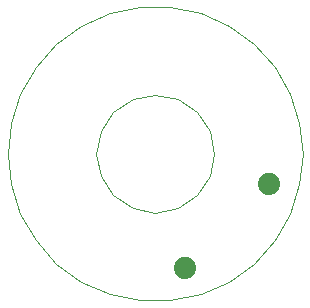
<source format=gbs>
G75*
%MOIN*%
%OFA0B0*%
%FSLAX24Y24*%
%IPPOS*%
%LPD*%
%AMOC8*
5,1,8,0,0,1.08239X$1,22.5*
%
%ADD10C,0.0010*%
%ADD11C,0.0740*%
D10*
X001735Y001335D02*
X001045Y002105D01*
X000525Y002995D01*
X000215Y003975D01*
X000105Y004995D01*
X000215Y006015D01*
X000525Y006995D01*
X001045Y007885D01*
X001735Y008655D01*
X002565Y009255D01*
X003505Y009675D01*
X004515Y009885D01*
X005535Y009885D01*
X006545Y009675D01*
X007485Y009255D01*
X008315Y008655D01*
X009005Y007885D01*
X009525Y006995D01*
X009835Y006015D01*
X009945Y004995D01*
X009835Y003975D01*
X009525Y002995D01*
X009005Y002105D01*
X008315Y001335D01*
X007485Y000735D01*
X006545Y000315D01*
X005535Y000105D01*
X004515Y000105D01*
X003505Y000315D01*
X002565Y000735D01*
X001735Y001335D01*
X003635Y003605D02*
X003205Y004245D01*
X003055Y004995D01*
X003205Y005745D01*
X003635Y006385D01*
X004275Y006815D01*
X005025Y006965D01*
X005775Y006815D01*
X006415Y006385D01*
X006845Y005745D01*
X006995Y004995D01*
X006845Y004245D01*
X006415Y003605D01*
X005775Y003175D01*
X005025Y003025D01*
X004275Y003175D01*
X003635Y003605D01*
D11*
X006025Y001195D03*
X008825Y003995D03*
M02*

</source>
